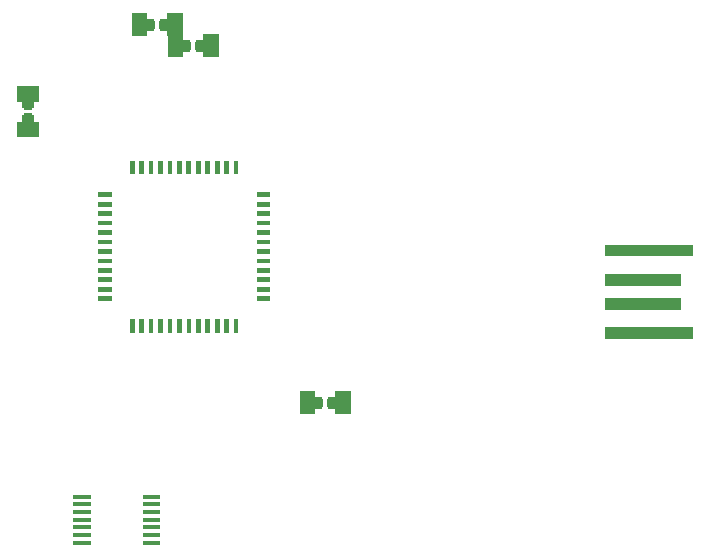
<source format=gbr>
G04 start of page 11 for group -4015 idx -4015 *
G04 Title: (unknown), toppaste *
G04 Creator: pcb 4.2.0 *
G04 CreationDate: Mon May  4 13:25:44 2020 UTC *
G04 For: xpi *
G04 Format: Gerber/RS-274X *
G04 PCB-Dimensions (mil): 3500.00 2000.00 *
G04 PCB-Coordinate-Origin: lower left *
%MOIN*%
%FSLAX25Y25*%
%LNTOPPASTE*%
%ADD83C,0.0001*%
G54D83*G36*
X315401Y116685D02*Y112748D01*
X344535D01*
Y116685D01*
X315401D01*
G37*
G36*
Y106843D02*Y102906D01*
X340598D01*
Y106843D01*
X315401D01*
G37*
G36*
Y98969D02*Y95032D01*
X340598D01*
Y98969D01*
X315401D01*
G37*
G36*
Y89126D02*Y85189D01*
X344535D01*
Y89126D01*
X315401D01*
G37*
G36*
X121623Y160410D02*Y158442D01*
X124377D01*
Y160410D01*
X121623D01*
G37*
G36*
Y163558D02*Y161590D01*
X124377D01*
Y163558D01*
X121623D01*
G37*
G36*
X121032Y159917D02*Y156965D01*
X124968D01*
Y159917D01*
X121032D01*
G37*
G36*
Y165035D02*Y162083D01*
X124968D01*
Y165035D01*
X121032D01*
G37*
G36*
X119260Y157654D02*Y152536D01*
X126740D01*
Y157654D01*
X119260D01*
G37*
G36*
Y169464D02*Y164346D01*
X126740D01*
Y169464D01*
X119260D01*
G37*
G36*
X146378Y134109D02*Y132535D01*
X150878D01*
Y134109D01*
X146378D01*
G37*
G36*
Y130960D02*Y129386D01*
X150878D01*
Y130960D01*
X146378D01*
G37*
G36*
Y127810D02*Y126236D01*
X150878D01*
Y127810D01*
X146378D01*
G37*
G36*
Y124661D02*Y123087D01*
X150878D01*
Y124661D01*
X146378D01*
G37*
G36*
Y121511D02*Y119937D01*
X150878D01*
Y121511D01*
X146378D01*
G37*
G36*
Y118361D02*Y116787D01*
X150878D01*
Y118361D01*
X146378D01*
G37*
G36*
Y115212D02*Y113638D01*
X150878D01*
Y115212D01*
X146378D01*
G37*
G36*
Y112062D02*Y110488D01*
X150878D01*
Y112062D01*
X146378D01*
G37*
G36*
Y108913D02*Y107339D01*
X150878D01*
Y108913D01*
X146378D01*
G37*
G36*
Y105763D02*Y104189D01*
X150878D01*
Y105763D01*
X146378D01*
G37*
G36*
Y102613D02*Y101039D01*
X150878D01*
Y102613D01*
X146378D01*
G37*
G36*
Y99464D02*Y97890D01*
X150878D01*
Y99464D01*
X146378D01*
G37*
G36*
X158465Y91878D02*X156891D01*
Y87378D01*
X158465D01*
Y91878D01*
G37*
G36*
X161614D02*X160040D01*
Y87378D01*
X161614D01*
Y91878D01*
G37*
G36*
X164764D02*X163190D01*
Y87378D01*
X164764D01*
Y91878D01*
G37*
G36*
X167913D02*X166339D01*
Y87378D01*
X167913D01*
Y91878D01*
G37*
G36*
X171063D02*X169489D01*
Y87378D01*
X171063D01*
Y91878D01*
G37*
G36*
X174213D02*X172639D01*
Y87378D01*
X174213D01*
Y91878D01*
G37*
G36*
X177362D02*X175788D01*
Y87378D01*
X177362D01*
Y91878D01*
G37*
G36*
X180512D02*X178938D01*
Y87378D01*
X180512D01*
Y91878D01*
G37*
G36*
X183661D02*X182087D01*
Y87378D01*
X183661D01*
Y91878D01*
G37*
G36*
X186811D02*X185237D01*
Y87378D01*
X186811D01*
Y91878D01*
G37*
G36*
X189961D02*X188387D01*
Y87378D01*
X189961D01*
Y91878D01*
G37*
G36*
X193110D02*X191536D01*
Y87378D01*
X193110D01*
Y91878D01*
G37*
G36*
X199122Y99465D02*Y97891D01*
X203622D01*
Y99465D01*
X199122D01*
G37*
G36*
Y102614D02*Y101040D01*
X203622D01*
Y102614D01*
X199122D01*
G37*
G36*
Y105764D02*Y104190D01*
X203622D01*
Y105764D01*
X199122D01*
G37*
G36*
Y108913D02*Y107339D01*
X203622D01*
Y108913D01*
X199122D01*
G37*
G36*
Y112063D02*Y110489D01*
X203622D01*
Y112063D01*
X199122D01*
G37*
G36*
Y115213D02*Y113639D01*
X203622D01*
Y115213D01*
X199122D01*
G37*
G36*
Y118362D02*Y116788D01*
X203622D01*
Y118362D01*
X199122D01*
G37*
G36*
Y121512D02*Y119938D01*
X203622D01*
Y121512D01*
X199122D01*
G37*
G36*
Y124661D02*Y123087D01*
X203622D01*
Y124661D01*
X199122D01*
G37*
G36*
Y127811D02*Y126237D01*
X203622D01*
Y127811D01*
X199122D01*
G37*
G36*
Y130961D02*Y129387D01*
X203622D01*
Y130961D01*
X199122D01*
G37*
G36*
Y134110D02*Y132536D01*
X203622D01*
Y134110D01*
X199122D01*
G37*
G36*
X193109Y144622D02*X191535D01*
Y140122D01*
X193109D01*
Y144622D01*
G37*
G36*
X189960D02*X188386D01*
Y140122D01*
X189960D01*
Y144622D01*
G37*
G36*
X186810D02*X185236D01*
Y140122D01*
X186810D01*
Y144622D01*
G37*
G36*
X183661D02*X182087D01*
Y140122D01*
X183661D01*
Y144622D01*
G37*
G36*
X180511D02*X178937D01*
Y140122D01*
X180511D01*
Y144622D01*
G37*
G36*
X177361D02*X175787D01*
Y140122D01*
X177361D01*
Y144622D01*
G37*
G36*
X174212D02*X172638D01*
Y140122D01*
X174212D01*
Y144622D01*
G37*
G36*
X171062D02*X169488D01*
Y140122D01*
X171062D01*
Y144622D01*
G37*
G36*
X167913D02*X166339D01*
Y140122D01*
X167913D01*
Y144622D01*
G37*
G36*
X164763D02*X163189D01*
Y140122D01*
X164763D01*
Y144622D01*
G37*
G36*
X161613D02*X160039D01*
Y140122D01*
X161613D01*
Y144622D01*
G37*
G36*
X158464D02*X156890D01*
Y140122D01*
X158464D01*
Y144622D01*
G37*
G36*
X221410Y65377D02*X219442D01*
Y62623D01*
X221410D01*
Y65377D01*
G37*
G36*
X224558D02*X222590D01*
Y62623D01*
X224558D01*
Y65377D01*
G37*
G36*
X220917Y65968D02*X217965D01*
Y62032D01*
X220917D01*
Y65968D01*
G37*
G36*
X226035D02*X223083D01*
Y62032D01*
X226035D01*
Y65968D01*
G37*
G36*
X218654Y67740D02*X213536D01*
Y60260D01*
X218654D01*
Y67740D01*
G37*
G36*
X230464D02*X225346D01*
Y60260D01*
X230464D01*
Y67740D01*
G37*
G36*
X177410Y184377D02*X175442D01*
Y181623D01*
X177410D01*
Y184377D01*
G37*
G36*
X180558D02*X178590D01*
Y181623D01*
X180558D01*
Y184377D01*
G37*
G36*
X176917Y184968D02*X173965D01*
Y181032D01*
X176917D01*
Y184968D01*
G37*
G36*
X182035D02*X179083D01*
Y181032D01*
X182035D01*
Y184968D01*
G37*
G36*
X174654Y186740D02*X169536D01*
Y179260D01*
X174654D01*
Y186740D01*
G37*
G36*
X186464D02*X181346D01*
Y179260D01*
X186464D01*
Y186740D01*
G37*
G36*
X165410Y191377D02*X163442D01*
Y188623D01*
X165410D01*
Y191377D01*
G37*
G36*
X168558D02*X166590D01*
Y188623D01*
X168558D01*
Y191377D01*
G37*
G36*
X164917Y191968D02*X161965D01*
Y188032D01*
X164917D01*
Y191968D01*
G37*
G36*
X170035D02*X167083D01*
Y188032D01*
X170035D01*
Y191968D01*
G37*
G36*
X162654Y193740D02*X157536D01*
Y186260D01*
X162654D01*
Y193740D01*
G37*
G36*
X174464D02*X169346D01*
Y186260D01*
X174464D01*
Y193740D01*
G37*
G36*
X137934Y33326D02*Y32027D01*
X143838D01*
Y33326D01*
X137934D01*
G37*
G36*
Y30768D02*Y29468D01*
X143838D01*
Y30768D01*
X137934D01*
G37*
G36*
Y28208D02*Y26910D01*
X143838D01*
Y28208D01*
X137934D01*
G37*
G36*
Y25650D02*Y24350D01*
X143838D01*
Y25650D01*
X137934D01*
G37*
G36*
Y23090D02*Y21792D01*
X143838D01*
Y23090D01*
X137934D01*
G37*
G36*
Y20532D02*Y19232D01*
X143838D01*
Y20532D01*
X137934D01*
G37*
G36*
Y17972D02*Y16674D01*
X143838D01*
Y17972D01*
X137934D01*
G37*
G36*
X161162D02*Y16674D01*
X167066D01*
Y17972D01*
X161162D01*
G37*
G36*
Y20532D02*Y19232D01*
X167066D01*
Y20532D01*
X161162D01*
G37*
G36*
Y23090D02*Y21792D01*
X167066D01*
Y23090D01*
X161162D01*
G37*
G36*
Y25650D02*Y24350D01*
X167066D01*
Y25650D01*
X161162D01*
G37*
G36*
Y28208D02*Y26910D01*
X167066D01*
Y28208D01*
X161162D01*
G37*
G36*
Y30768D02*Y29468D01*
X167066D01*
Y30768D01*
X161162D01*
G37*
G36*
Y33326D02*Y32027D01*
X167066D01*
Y33326D01*
X161162D01*
G37*
M02*

</source>
